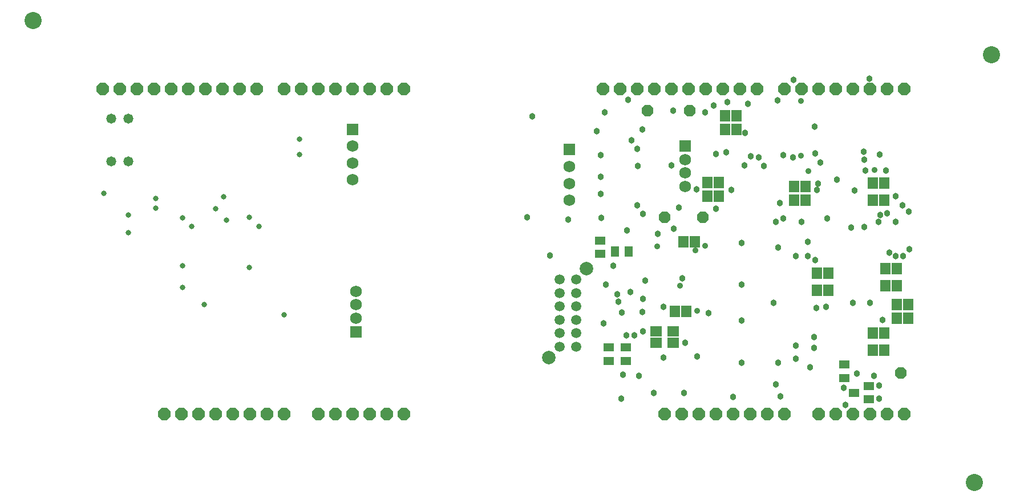
<source format=gbs>
G04*
G04 #@! TF.GenerationSoftware,Altium Limited,Altium Designer,20.0.13 (296)*
G04*
G04 Layer_Color=16711935*
%FSLAX24Y24*%
%MOIN*%
G70*
G01*
G75*
%ADD34R,0.0592X0.0671*%
%ADD38R,0.0631X0.0513*%
%ADD39R,0.0513X0.0631*%
%ADD40R,0.0631X0.0474*%
%ADD42R,0.0671X0.0592*%
%ADD44C,0.1000*%
%ADD47P,0.0801X8X22.5*%
%ADD48P,0.0736X8X22.5*%
%ADD49R,0.0680X0.0680*%
%ADD50C,0.0680*%
%ADD51C,0.0595*%
%ADD52C,0.0789*%
%ADD53C,0.0580*%
%ADD54C,0.0380*%
%ADD55C,0.0350*%
%ADD56C,0.0320*%
%ADD57C,0.0330*%
D34*
X42135Y14298D02*
D03*
X41465D02*
D03*
X42135Y13498D02*
D03*
X41465D02*
D03*
X46735Y5748D02*
D03*
X46065D02*
D03*
X46735Y4748D02*
D03*
X46065D02*
D03*
X38100Y18445D02*
D03*
X37430D02*
D03*
X38095Y17636D02*
D03*
X37426D02*
D03*
X48135Y7398D02*
D03*
X47465D02*
D03*
X48135Y6598D02*
D03*
X47465D02*
D03*
X46815Y9498D02*
D03*
X47485D02*
D03*
X46815Y8498D02*
D03*
X47485D02*
D03*
X46065Y13498D02*
D03*
X46735D02*
D03*
X46065Y14498D02*
D03*
X46735D02*
D03*
X42815Y8248D02*
D03*
X43485D02*
D03*
X37085Y13748D02*
D03*
X36415D02*
D03*
X42815Y9248D02*
D03*
X43485D02*
D03*
X35687Y11061D02*
D03*
X35018D02*
D03*
X35175Y6998D02*
D03*
X34506D02*
D03*
X37085Y14548D02*
D03*
X36415D02*
D03*
D38*
X44400Y3892D02*
D03*
Y3104D02*
D03*
X31650Y4104D02*
D03*
Y4892D02*
D03*
X30650D02*
D03*
Y4104D02*
D03*
X30150Y10354D02*
D03*
Y11142D02*
D03*
D39*
X31006Y10498D02*
D03*
X31794D02*
D03*
D40*
X45833Y2622D02*
D03*
Y1874D02*
D03*
X44967Y2248D02*
D03*
D42*
X33400Y5833D02*
D03*
Y5163D02*
D03*
X34400Y5833D02*
D03*
Y5163D02*
D03*
D44*
X52000Y-3000D02*
D03*
X53000Y22000D02*
D03*
X-3000Y24000D02*
D03*
D47*
X43900Y19998D02*
D03*
X42900Y998D02*
D03*
X44900Y19998D02*
D03*
X45900D02*
D03*
X46900D02*
D03*
X47900D02*
D03*
X42900D02*
D03*
X41900D02*
D03*
X40900D02*
D03*
X39300D02*
D03*
X38300D02*
D03*
X37300D02*
D03*
X36300D02*
D03*
X35300D02*
D03*
X34300D02*
D03*
X33300D02*
D03*
X32300D02*
D03*
X43900Y998D02*
D03*
X44900D02*
D03*
X45900D02*
D03*
X46900D02*
D03*
X47900D02*
D03*
X40900D02*
D03*
X39900D02*
D03*
X38900D02*
D03*
X37900D02*
D03*
X36900D02*
D03*
X35900D02*
D03*
X31300Y19998D02*
D03*
X30300D02*
D03*
X34900Y998D02*
D03*
X33900D02*
D03*
X14670Y20000D02*
D03*
X13670Y1000D02*
D03*
X15670Y20000D02*
D03*
X16670D02*
D03*
X17670D02*
D03*
X18670D02*
D03*
X13670D02*
D03*
X12670D02*
D03*
X11670D02*
D03*
X10070D02*
D03*
X9070D02*
D03*
X8070D02*
D03*
X7070D02*
D03*
X6070D02*
D03*
X5070D02*
D03*
X4070D02*
D03*
X3070D02*
D03*
X14670Y1000D02*
D03*
X15670D02*
D03*
X16670D02*
D03*
X17670D02*
D03*
X18670D02*
D03*
X11670D02*
D03*
X10670D02*
D03*
X9670D02*
D03*
X8670D02*
D03*
X7670D02*
D03*
X6670D02*
D03*
X2070Y20000D02*
D03*
X1070D02*
D03*
X5670Y1000D02*
D03*
X4670D02*
D03*
D48*
X47700Y3398D02*
D03*
X36150Y12498D02*
D03*
X33900D02*
D03*
X35380Y18748D02*
D03*
X32920D02*
D03*
D49*
X28350Y16451D02*
D03*
X35100Y16660D02*
D03*
X15670Y17643D02*
D03*
X15870Y5815D02*
D03*
D50*
X28350Y15467D02*
D03*
Y14482D02*
D03*
Y13498D02*
D03*
X35100Y15873D02*
D03*
Y15085D02*
D03*
Y14298D02*
D03*
X15670Y16659D02*
D03*
Y15674D02*
D03*
Y14690D02*
D03*
X15870Y8177D02*
D03*
Y7389D02*
D03*
Y6602D02*
D03*
D51*
X27760Y8868D02*
D03*
Y8081D02*
D03*
Y7293D02*
D03*
Y6506D02*
D03*
Y5719D02*
D03*
Y4931D02*
D03*
X28744Y8868D02*
D03*
Y8081D02*
D03*
Y7293D02*
D03*
Y6506D02*
D03*
Y5719D02*
D03*
Y4931D02*
D03*
D52*
X29355Y9498D02*
D03*
X27150Y4301D02*
D03*
D53*
X2580Y18250D02*
D03*
X1580D02*
D03*
X2580Y15775D02*
D03*
X1580D02*
D03*
D54*
X32775Y8798D02*
D03*
X42650Y5508D02*
D03*
X40850Y12448D02*
D03*
X45000Y14061D02*
D03*
X38950Y16061D02*
D03*
X37500Y16298D02*
D03*
X44794Y11892D02*
D03*
X44479Y1541D02*
D03*
X45563Y15861D02*
D03*
X42720Y16248D02*
D03*
X42775Y7186D02*
D03*
X31400Y6936D02*
D03*
X47800Y13198D02*
D03*
X37900Y1998D02*
D03*
X43400Y12436D02*
D03*
X46150Y3248D02*
D03*
X46650Y6498D02*
D03*
X41588Y4998D02*
D03*
X46400Y12248D02*
D03*
X47400Y10248D02*
D03*
X46900Y12748D02*
D03*
X31713Y11748D02*
D03*
X41400Y15998D02*
D03*
X39700Y15498D02*
D03*
X32300Y16498D02*
D03*
X31212Y7561D02*
D03*
X32300Y13198D02*
D03*
X32650Y7748D02*
D03*
X31150Y7998D02*
D03*
X44900Y7498D02*
D03*
X43000Y15698D02*
D03*
X41900Y12248D02*
D03*
X40400D02*
D03*
X41588Y10248D02*
D03*
X42400Y3748D02*
D03*
X41588Y4248D02*
D03*
X40400Y2748D02*
D03*
X42275Y10248D02*
D03*
X38400Y10998D02*
D03*
X42650Y4873D02*
D03*
X47850Y10248D02*
D03*
X42800Y14098D02*
D03*
X38605Y17436D02*
D03*
X45650Y15248D02*
D03*
X32400Y3248D02*
D03*
X25875Y12498D02*
D03*
X26175Y18398D02*
D03*
X31475Y3298D02*
D03*
X32325Y15498D02*
D03*
X36775Y19023D02*
D03*
X40830Y16128D02*
D03*
X40630Y13328D02*
D03*
X42875Y14483D02*
D03*
X46500Y12648D02*
D03*
X43970Y14713D02*
D03*
X30465Y8566D02*
D03*
X45157Y3366D02*
D03*
X44361Y2549D02*
D03*
X31369Y1904D02*
D03*
X40525Y3998D02*
D03*
X40500Y19323D02*
D03*
X34725Y13073D02*
D03*
X34428Y11848D02*
D03*
X30400Y18623D02*
D03*
X27200Y10273D02*
D03*
X30900Y9673D02*
D03*
X30333Y6297D02*
D03*
X40687Y2045D02*
D03*
X33275Y2248D02*
D03*
X35025D02*
D03*
X46435Y2675D02*
D03*
Y1888D02*
D03*
X47025Y10436D02*
D03*
X43349Y7255D02*
D03*
X45900Y7498D02*
D03*
X47400Y13748D02*
D03*
X42262Y11061D02*
D03*
X35097Y5156D02*
D03*
X36475Y6888D02*
D03*
X40275Y7498D02*
D03*
X40525Y10748D02*
D03*
X31988Y16998D02*
D03*
X32625Y12698D02*
D03*
X32613Y17623D02*
D03*
X34300Y15538D02*
D03*
X28275Y12373D02*
D03*
X30175Y13873D02*
D03*
Y16123D02*
D03*
X31775Y19373D02*
D03*
X36275Y18623D02*
D03*
X37575Y19223D02*
D03*
X38775Y19123D02*
D03*
X46825Y15223D02*
D03*
X45525Y16323D02*
D03*
X46475Y16179D02*
D03*
X34400Y18748D02*
D03*
X35775Y14123D02*
D03*
X36900Y16198D02*
D03*
X29950Y17523D02*
D03*
X30175Y14873D02*
D03*
X30213Y12473D02*
D03*
X42670Y17808D02*
D03*
X41430Y20548D02*
D03*
X45890Y20588D02*
D03*
X32144Y5589D02*
D03*
X38400Y3998D02*
D03*
X38404Y6455D02*
D03*
X38400Y8551D02*
D03*
X42695Y9998D02*
D03*
X47400Y12248D02*
D03*
X48207Y10628D02*
D03*
X48169Y12834D02*
D03*
X31672Y5589D02*
D03*
X39400Y16013D02*
D03*
X33522Y11533D02*
D03*
X36900Y12998D02*
D03*
X34939Y8935D02*
D03*
X32617Y6967D02*
D03*
X33837Y7282D02*
D03*
X33850Y4298D02*
D03*
X32650Y5833D02*
D03*
X35806Y4368D02*
D03*
X31900Y8123D02*
D03*
X38588Y15548D02*
D03*
X37800Y14098D02*
D03*
X45588Y11936D02*
D03*
D55*
X42300Y15198D02*
D03*
X46170Y15268D02*
D03*
X41860Y16108D02*
D03*
Y19288D02*
D03*
X35724Y10577D02*
D03*
X34821Y8502D02*
D03*
X36278Y10825D02*
D03*
X35806Y7045D02*
D03*
X33483Y10785D02*
D03*
D56*
X9650Y9560D02*
D03*
X5742Y12480D02*
D03*
Y9680D02*
D03*
X9650Y12485D02*
D03*
X4180Y13020D02*
D03*
X7670Y13005D02*
D03*
X7020Y7400D02*
D03*
X5750Y8410D02*
D03*
X8312Y12340D02*
D03*
X11670Y6789D02*
D03*
D57*
X6267Y11971D02*
D03*
X4180Y13616D02*
D03*
X1150Y13890D02*
D03*
X8150Y13705D02*
D03*
X10221Y11964D02*
D03*
X12570Y16170D02*
D03*
Y17059D02*
D03*
X2580Y11610D02*
D03*
X2570Y12626D02*
D03*
M02*

</source>
